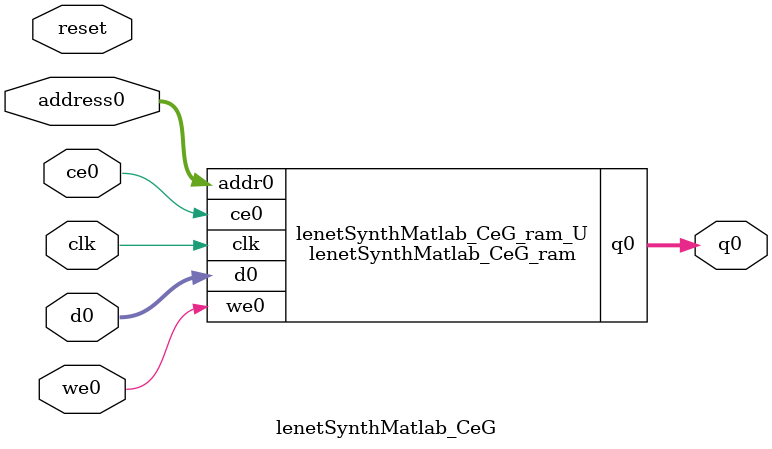
<source format=v>

`timescale 1 ns / 1 ps
module lenetSynthMatlab_CeG_ram (addr0, ce0, d0, we0, q0,  clk);

parameter DWIDTH = 32;
parameter AWIDTH = 7;
parameter MEM_SIZE = 84;

input[AWIDTH-1:0] addr0;
input ce0;
input[DWIDTH-1:0] d0;
input we0;
output reg[DWIDTH-1:0] q0;
input clk;

(* ram_style = "block" *)reg [DWIDTH-1:0] ram[0:MEM_SIZE-1];




always @(posedge clk)  
begin 
    if (ce0) 
    begin
        if (we0) 
        begin 
            ram[addr0] <= d0; 
            q0 <= d0;
        end 
        else 
            q0 <= ram[addr0];
    end
end


endmodule


`timescale 1 ns / 1 ps
module lenetSynthMatlab_CeG(
    reset,
    clk,
    address0,
    ce0,
    we0,
    d0,
    q0);

parameter DataWidth = 32'd32;
parameter AddressRange = 32'd84;
parameter AddressWidth = 32'd7;
input reset;
input clk;
input[AddressWidth - 1:0] address0;
input ce0;
input we0;
input[DataWidth - 1:0] d0;
output[DataWidth - 1:0] q0;



lenetSynthMatlab_CeG_ram lenetSynthMatlab_CeG_ram_U(
    .clk( clk ),
    .addr0( address0 ),
    .ce0( ce0 ),
    .we0( we0 ),
    .d0( d0 ),
    .q0( q0 ));

endmodule


</source>
